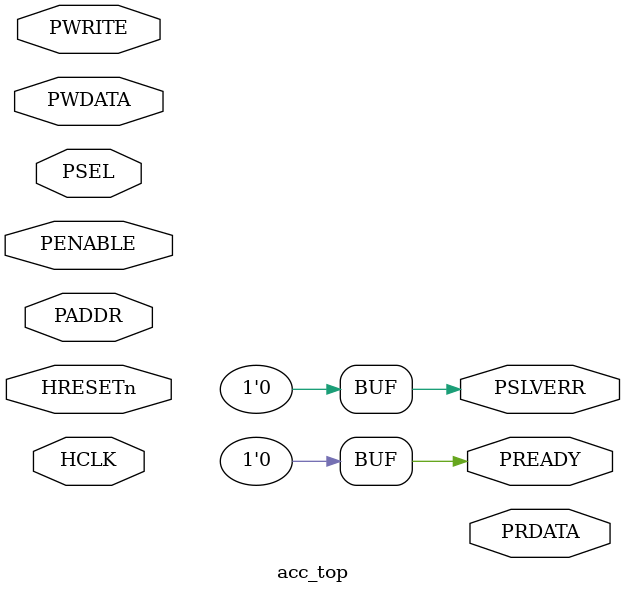
<source format=v>
module acc_top (
    input                        HCLK,
    input                        HRESETn,
    input                 [11:0] PADDR,
    input                 [31:0] PWDATA,
    input                        PWRITE,
    input                        PSEL,
    input                        PENABLE,
    output                [31:0] PRDATA,
    output                       PREADY,
    output                       PSLVERR
);

wire load_en, Mal_valid, filter_valid; 
assign load_en   = (PWRITE && PSEL && PENABLE) && (PADDR == 12'hff0) && (PWDATA == 12'd1);
assign Mal_valid = (PWRITE && PSEL && PENABLE) && (PADDR == 12'hff8) ;  // prepheral mapping of the maltrix input writting
assign filter_valid = (PWRITE && PSEL && PENABLE) && (PADDR == 12'hff4);   // prepheral mapping of the filter input writting
assign PSLVERR = 1'b0; 
assign PREADY  = 1'b0; 
// outports wire
wire [4:0]  	row_counter;
wire [23:0] 	line1;
wire [23:0] 	line2;
wire [23:0] 	line3;
wire [23:0] 	apb_read;
wire [71:0] 	filter;
wire [19:0] 	result; 
wire   			shift_en;
wire   			wb_en;
wire [5:0] r_addr;
Reg_sram u_Reg_sram(
	.clk          	( HCLK          ),
	.rst          	( HRESETn       ),
	.load_en      	( load_en       ),
	.Mal_valid    	( Mal_valid     ),
	.filter_valid 	( filter_valid  ),
	.result       	( result        ),
	.Mal_in       	( PWDATA        ),
	.shift_en     	( shift_en      ),
	.wb_en        	( wb_en         ),
	.r_addr       	( r_addr        ),
	.row_counter  	( row_counter   ),
	.line1        	( line1         ),
	.line2        	( line2         ),
	.line3        	( line3         ),
	.apb_read     	( apb_read      ),
	.filter_out     ( filter        )
);


// outports wire

wire        	wb;
wire        	alu_done;
wire   	ALU_en;

alu u_alu(
	.clk      	( HCLK      ),
	.rst      	( HRESETn   ),
	.ALU_en   	( ALU_en    ),
	.filter   	( filter    ),
	.line1    	( line1     ),
	.line2    	( line2     ),
	.line3    	( line3     ),
	.result   	( result    ),
	.wb       	( wb        ),
	.alu_done 	( alu_done  )
);

// outports wire
acc_controller u_acc_controller(
	.clk          	( HCLK          ),
	.rst          	( HRESETn       ),
	.en_calculate 	( en_calculate  ),
	.cal_done     	( cal_done      ),
	.acc_done     	( acc_done      ),
	.shift_done   	( shift_done    ),
	.alu_done     	( alu_done      ),
	.ALU_en       	( ALU_en        ),
	.load_en      	( load_en       ),
	.shift_en     	( shift_en      ),
	.wb_en        	( wb_en         )
);
endmodule

</source>
